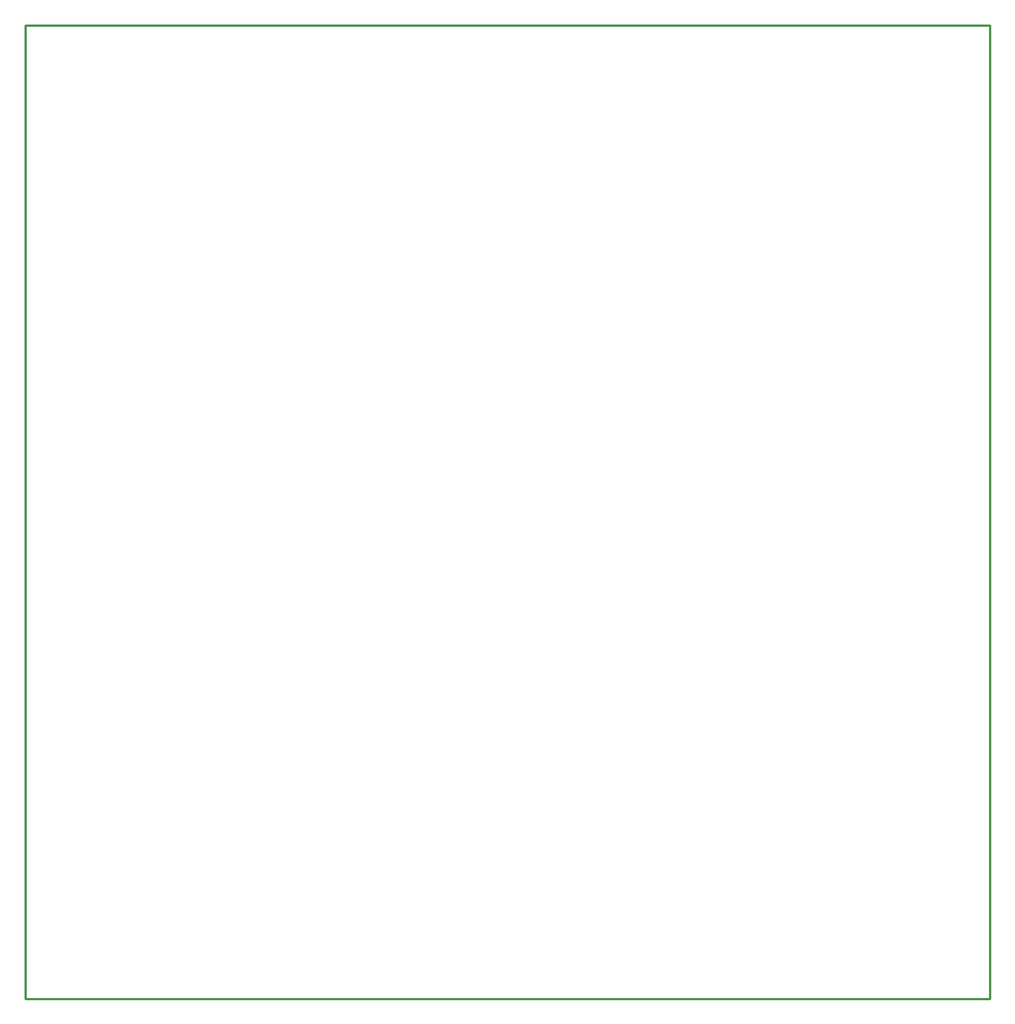
<source format=gko>
G04 Layer: BoardOutlineLayer*
G04 EasyEDA v6.5.29, 2023-07-19 21:41:10*
G04 ede76849b6084053bf44eed2514c4286,5a6b42c53f6a479593ecc07194224c93,10*
G04 Gerber Generator version 0.2*
G04 Scale: 100 percent, Rotated: No, Reflected: No *
G04 Dimensions in millimeters *
G04 leading zeros omitted , absolute positions ,4 integer and 5 decimal *
%FSLAX45Y45*%
%MOMM*%

%ADD10C,0.2540*%
D10*
X241300Y11760200D02*
G01*
X10909300Y11760200D01*
X10909300Y1003300D01*
X241300Y1003300D01*
X241300Y11760200D01*

%LPD*%
M02*

</source>
